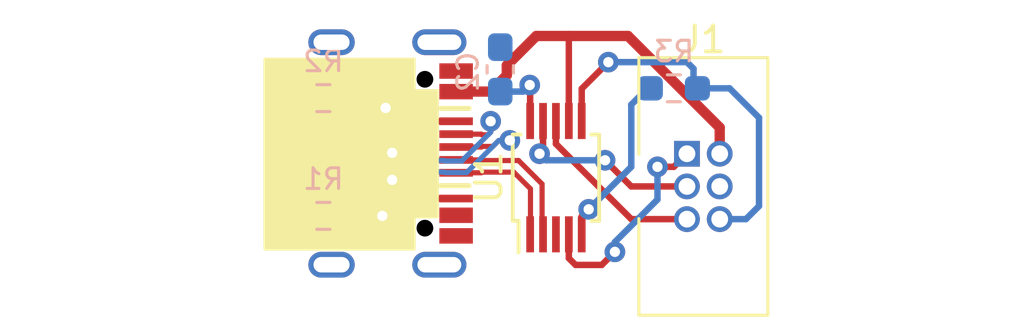
<source format=kicad_pcb>
(kicad_pcb (version 20221018) (generator pcbnew)
  (layers (0 "F.Cu" signal) (31 "B.Cu" signal) (34 "B.Paste" user) (35 "F.Paste" user) (36 "B.SilkS" user "B.Silkscreen") (37 "F.SilkS" user "F.Silkscreen") (38 "B.Mask" user) (39 "F.Mask" user) (44 "Edge.Cuts" user))
  (net 0 "")
  (net 1 "Net-(U1-V3)")
  (net 2 "GND")
  (net 3 "+5V")
  (net 4 "EN")
  (net 5 "RXD")
  (net 6 "TXD")
  (net 7 "IO0")
  (net 8 "D-")
  (net 9 "D+")
  (net 10 "Net-(J2-CC1)")
  (net 11 "Net-(J2-CC2)")
  (net 12 "Net-(U1-CTS)")
  (footprint "$74th:USB-C-12-Pin-SMD" (layer "F.Cu") (at 103.06 58.42 -90)
    (fp_text reference "J2" hide)
    (fp_text value "USB2.0_C_v3")
    (fp_line (start -1.76 -4.23) (end -1.76 -5.33) (stroke (width 0.2)) (layer "F.SilkS"))
    (fp_line (start 1.24 -4.23) (end 1.24 -5.33) (stroke (width 0.2)) (layer "F.SilkS"))
    (fp_rect (start -3.67 -3.2) (end 3.7 2.578) (stroke (width 0.12)) (fill solid) (layer "F.SilkS"))
    (fp_rect (start -2.45 -4.1) (end 2.45 -2.85) (stroke (width 0.12)) (fill solid) (layer "F.SilkS"))
    (pad "" thru_hole oval (at -4.33 -4.18 90) (size 1 2.1) (drill oval 0.6 1.7) (layers "*.Cu" "*.Mask"))
    (pad "" thru_hole oval (at -4.33 0 90) (size 1 1.8) (drill oval 0.6 1.4) (layers "*.Cu" "*.Mask"))
    (pad "" np_thru_hole circle (at -2.89 -3.62 90) (size 0.65 0.65) (drill 0.65) (layers "*.Mask"))
    (pad "" np_thru_hole circle (at 2.89 -3.62 90) (size 0.65 0.65) (drill 0.65) (layers "*.Mask"))
    (pad "" thru_hole oval (at 4.31 -4.18 90) (size 1 2.1) (drill oval 0.6 1.7) (layers "*.Cu" "*.Mask"))
    (pad "" thru_hole oval (at 4.31 0 90) (size 1 1.8) (drill oval 0.6 1.4) (layers "*.Cu" "*.Mask"))
    (pad "1" smd rect (at -2.41 -4.83 90) (size 0.6 1.3) (layers "F.Cu" "F.Paste" "F.Mask") (net 3 "+5V"))
    (pad "1" smd rect (at 2.39 -4.83 90) (size 0.6 1.3) (layers "F.Cu" "F.Paste" "F.Mask") (net 3 "+5V"))
    (pad "2" smd rect (at -0.76 -4.83 90) (size 0.3 1.3) (layers "F.Cu" "F.Paste" "F.Mask") (net 8 "D-"))
    (pad "2" smd rect (at 0.24 -4.83 90) (size 0.3 1.3) (layers "F.Cu" "F.Paste" "F.Mask") (net 8 "D-"))
    (pad "3" smd rect (at -0.26 -4.83 90) (size 0.3 1.3) (layers "F.Cu" "F.Paste" "F.Mask") (net 9 "D+"))
    (pad "3" smd rect (at 0.74 -4.83 90) (size 0.3 1.3) (layers "F.Cu" "F.Paste" "F.Mask") (net 9 "D+"))
    (pad "4" smd rect (at -3.21 -4.83 90) (size 0.6 1.3) (layers "F.Cu" "F.Paste" "F.Mask") (net 2 "GND"))
    (pad "4" smd rect (at 3.19 -4.83 90) (size 0.6 1.3) (layers "F.Cu" "F.Paste" "F.Mask") (net 2 "GND"))
    (pad "5" smd rect (at -1.26 -4.83 90) (size 0.3 1.3) (layers "F.Cu" "F.Paste" "F.Mask") (net 10 "Net-(J2-CC1)"))
    (pad "6" smd rect (at 1.74 -4.83 90) (size 0.3 1.3) (layers "F.Cu" "F.Paste" "F.Mask") (net 11 "Net-(J2-CC2)"))
  )
  (footprint "$74th:BoxPinHeader_2x03_P1.27mm_Vertical" (layer "F.Cu") (at 117.475 59.69)
    (fp_text reference "J1" (at 0 -5.7) (layer "F.SilkS"))
    (fp_text value "ESP-Prog-ProgramCOM-SEND")
    (fp_line (start -2.5 -5) (end -2.5 -1.25) (stroke (width 0.12)) (layer "F.SilkS"))
    (fp_line (start -2.5 -5) (end 2.5 -5) (stroke (width 0.12)) (layer "F.SilkS"))
    (fp_line (start -2.5 1.25) (end -2.5 5) (stroke (width 0.12)) (layer "F.SilkS"))
    (fp_line (start -2.5 5) (end 2.5 5) (stroke (width 0.12)) (layer "F.SilkS"))
    (fp_line (start 2.5 -5) (end 2.5 5) (stroke (width 0.12)) (layer "F.SilkS"))
    (pad "1" thru_hole rect (at -0.635 -1.27) (size 1 1) (drill 0.65) (layers "*.Cu" "*.Mask") (net 4 "EN"))
    (pad "2" thru_hole oval (at 0.635 -1.27) (size 1 1) (drill 0.65) (layers "*.Cu" "*.Mask") (net 3 "+5V"))
    (pad "3" thru_hole oval (at -0.635 0) (size 1 1) (drill 0.65) (layers "*.Cu" "*.Mask") (net 5 "RXD"))
    (pad "4" thru_hole oval (at 0.635 0) (size 1 1) (drill 0.65) (layers "*.Cu" "*.Mask") (net 2 "GND"))
    (pad "5" thru_hole oval (at -0.635 1.27) (size 1 1) (drill 0.65) (layers "*.Cu" "*.Mask") (net 6 "TXD"))
    (pad "6" thru_hole oval (at 0.635 1.27) (size 1 1) (drill 0.65) (layers "*.Cu" "*.Mask") (net 7 "IO0"))
  )
  (footprint "Package_SO:MSOP-10_3x3mm_P0.5mm" (layer "F.Cu") (at 111.76 59.35 90)
    (fp_text reference "U1" (at 0 -2.6 90) (layer "F.SilkS"))
    (fp_text value "CH340X")
    (fp_line (start -1.675 -1.675) (end -1.675 -1.45) (stroke (width 0.15)) (layer "F.SilkS"))
    (fp_line (start -1.675 -1.675) (end 1.675 -1.675) (stroke (width 0.15)) (layer "F.SilkS"))
    (fp_line (start -1.675 -1.45) (end -2.9 -1.45) (stroke (width 0.15)) (layer "F.SilkS"))
    (fp_line (start -1.675 1.675) (end -1.675 1.375) (stroke (width 0.15)) (layer "F.SilkS"))
    (fp_line (start -1.675 1.675) (end 1.675 1.675) (stroke (width 0.15)) (layer "F.SilkS"))
    (fp_line (start 1.675 -1.675) (end 1.675 -1.375) (stroke (width 0.15)) (layer "F.SilkS"))
    (fp_line (start 1.675 1.675) (end 1.675 1.375) (stroke (width 0.15)) (layer "F.SilkS"))
    (pad "1" smd rect (at -2.2 -1 90) (size 1.4 0.3) (layers "F.Cu" "F.Paste" "F.Mask") (net 9 "D+"))
    (pad "2" smd rect (at -2.2 -0.5 90) (size 1.4 0.3) (layers "F.Cu" "F.Paste" "F.Mask") (net 8 "D-"))
    (pad "3" smd rect (at -2.2 0 90) (size 1.4 0.3) (layers "F.Cu" "F.Paste" "F.Mask") (net 2 "GND"))
    (pad "4" smd rect (at -2.2 0.5 90) (size 1.4 0.3) (layers "F.Cu" "F.Paste" "F.Mask") (net 4 "EN"))
    (pad "5" smd rect (at -2.2 1 90) (size 1.4 0.3) (layers "F.Cu" "F.Paste" "F.Mask") (net 12 "Net-(U1-CTS)"))
    (pad "6" smd rect (at 2.2 1 90) (size 1.4 0.3) (layers "F.Cu" "F.Paste" "F.Mask") (net 7 "IO0"))
    (pad "7" smd rect (at 2.2 0.5 90) (size 1.4 0.3) (layers "F.Cu" "F.Paste" "F.Mask") (net 3 "+5V"))
    (pad "8" smd rect (at 2.2 0 90) (size 1.4 0.3) (layers "F.Cu" "F.Paste" "F.Mask") (net 6 "TXD"))
    (pad "9" smd rect (at 2.2 -0.5 90) (size 1.4 0.3) (layers "F.Cu" "F.Paste" "F.Mask") (net 5 "RXD"))
    (pad "10" smd rect (at 2.2 -1 90) (size 1.4 0.3) (layers "F.Cu" "F.Paste" "F.Mask") (net 1 "Net-(U1-V3)"))
  )
  (footprint "$74th:Register_0603_1608" (layer "B.Cu") (at 102.743 60.833 180)
    (fp_text reference "R1" (at 0 1.43) (layer "B.SilkS") (effects (font (size 0.8 0.8) (thickness 0.12)) (justify mirror)))
    (fp_text value "5.1k")
    (fp_line (start -0.254724 -0.5225) (end 0.254724 -0.5225) (stroke (width 0.12)) (layer "B.SilkS"))
    (fp_line (start -0.254724 0.5225) (end 0.254724 0.5225) (stroke (width 0.12)) (layer "B.SilkS"))
    (pad "1" smd roundrect (at -0.9125 0 180) (size 0.975 0.95) (layers "B.Cu" "B.Paste" "B.Mask") (net 11 "Net-(J2-CC2)"))
    (pad "2" smd roundrect (at 0.9125 0 180) (size 0.975 0.95) (layers "B.Cu" "B.Paste" "B.Mask") (net 2 "GND"))
  )
  (footprint "$74th:Capacitor_0603_1608" (layer "B.Cu") (at 109.601 55.245 90)
    (fp_text reference "C2" (at 0 -1.25 90) (layer "B.SilkS") (effects (font (size 0.8 0.8) (thickness 0.12)) (justify mirror)))
    (fp_text value "100n")
    (fp_line (start -0.046267 -0.51) (end 0.246267 -0.51) (stroke (width 0.12)) (layer "B.SilkS"))
    (fp_line (start -0.046267 0.51) (end 0.246267 0.51) (stroke (width 0.12)) (layer "B.SilkS"))
    (pad "1" smd roundrect (at -0.7625 0 90) (size 1.075 0.95) (layers "B.Cu" "B.Paste" "B.Mask") (net 1 "Net-(U1-V3)"))
    (pad "2" smd roundrect (at 0.9625 0 90) (size 1.075 0.95) (layers "B.Cu" "B.Paste" "B.Mask") (net 2 "GND"))
  )
  (footprint "$74th:Register_0603_1608" (layer "B.Cu") (at 102.743 56.261 180)
    (fp_text reference "R2" (at 0 1.43) (layer "B.SilkS") (effects (font (size 0.8 0.8) (thickness 0.12)) (justify mirror)))
    (fp_text value "5.1k")
    (fp_line (start -0.254724 -0.5225) (end 0.254724 -0.5225) (stroke (width 0.12)) (layer "B.SilkS"))
    (fp_line (start -0.254724 0.5225) (end 0.254724 0.5225) (stroke (width 0.12)) (layer "B.SilkS"))
    (pad "1" smd roundrect (at -0.9125 0 180) (size 0.975 0.95) (layers "B.Cu" "B.Paste" "B.Mask") (net 10 "Net-(J2-CC1)"))
    (pad "2" smd roundrect (at 0.9125 0 180) (size 0.975 0.95) (layers "B.Cu" "B.Paste" "B.Mask") (net 2 "GND"))
  )
  (footprint "$74th:Register_0603_1608" (layer "B.Cu") (at 116.332 55.88 180)
    (fp_text reference "R3" (at 0 1.43) (layer "B.SilkS") (effects (font (size 0.8 0.8) (thickness 0.12)) (justify mirror)))
    (fp_text value "4.3k")
    (fp_line (start -0.254724 -0.5225) (end 0.254724 -0.5225) (stroke (width 0.12)) (layer "B.SilkS"))
    (fp_line (start -0.254724 0.5225) (end 0.254724 0.5225) (stroke (width 0.12)) (layer "B.SilkS"))
    (pad "1" smd roundrect (at -0.9125 0 180) (size 0.975 0.95) (layers "B.Cu" "B.Paste" "B.Mask") (net 7 "IO0"))
    (pad "2" smd roundrect (at 0.9125 0 180) (size 0.975 0.95) (layers "B.Cu" "B.Paste" "B.Mask") (net 12 "Net-(U1-CTS)"))
  )
  (segment (start 110.76 55.769) (end 110.744 55.753) (width 0.25) (layer "F.Cu") (net 1))
  (segment (start 110.76 57.15) (end 110.76 55.769) (width 0.25) (layer "F.Cu") (net 1))
  (via (at 110.744 55.753) (size 0.8) (drill 0.4) (layers "F.Cu" "B.Cu") (net 1))
  (segment (start 110.744 55.753) (end 110.4895 56.0075) (width 0.25) (layer "B.Cu") (net 1))
  (segment (start 110.4895 56.0075) (end 109.601 56.0075) (width 0.25) (layer "B.Cu") (net 1))
  (segment (start 110.998 53.848) (end 112.268 53.848) (width 0.4) (layer "F.Cu") (net 3))
  (segment (start 107.893 56.007) (end 109.22 56.007) (width 0.4) (layer "F.Cu") (net 3))
  (segment (start 109.855 55.372) (end 109.855 54.991) (width 0.4) (layer "F.Cu") (net 3))
  (segment (start 112.26 53.856) (end 112.268 53.848) (width 0.25) (layer "F.Cu") (net 3))
  (segment (start 109.22 56.007) (end 109.855 55.372) (width 0.4) (layer "F.Cu") (net 3))
  (segment (start 112.26 57.15) (end 112.26 53.856) (width 0.25) (layer "F.Cu") (net 3))
  (segment (start 118.11 57.404) (end 114.554 53.848) (width 0.4) (layer "F.Cu") (net 3))
  (segment (start 109.855 54.991) (end 110.998 53.848) (width 0.4) (layer "F.Cu") (net 3))
  (segment (start 107.89 56.01) (end 107.893 56.007) (width 0.4) (layer "F.Cu") (net 3))
  (segment (start 118.11 58.42) (end 118.11 57.404) (width 0.4) (layer "F.Cu") (net 3))
  (segment (start 114.554 53.848) (end 112.268 53.848) (width 0.4) (layer "F.Cu") (net 3))
  (segment (start 116.332 58.928) (end 115.697 58.928) (width 0.25) (layer "F.Cu") (net 4))
  (segment (start 112.26 61.55) (end 112.26 62.476) (width 0.25) (layer "F.Cu") (net 4))
  (segment (start 112.26 62.476) (end 112.522 62.738) (width 0.25) (layer "F.Cu") (net 4))
  (segment (start 114.046 62.23) (end 113.538 62.738) (width 0.25) (layer "F.Cu") (net 4))
  (segment (start 116.84 58.42) (end 116.332 58.928) (width 0.25) (layer "F.Cu") (net 4))
  (segment (start 113.538 62.738) (end 112.522 62.738) (width 0.25) (layer "F.Cu") (net 4))
  (via (at 115.697 58.928) (size 0.8) (drill 0.4) (layers "F.Cu" "B.Cu") (net 4))
  (via (at 114.046 62.23) (size 0.8) (drill 0.4) (layers "F.Cu" "B.Cu") (net 4))
  (segment (start 114.046 61.849) (end 115.697 60.198) (width 0.25) (layer "B.Cu") (net 4))
  (segment (start 114.046 62.23) (end 114.046 61.849) (width 0.25) (layer "B.Cu") (net 4))
  (segment (start 115.697 60.198) (end 115.697 58.928) (width 0.25) (layer "B.Cu") (net 4))
  (segment (start 111.26 58.285) (end 111.125 58.42) (width 0.25) (layer "F.Cu") (net 5))
  (segment (start 116.84 59.69) (end 114.681 59.69) (width 0.25) (layer "F.Cu") (net 5))
  (segment (start 111.26 57.15) (end 111.26 58.285) (width 0.25) (layer "F.Cu") (net 5))
  (segment (start 114.681 59.69) (end 113.665 58.674) (width 0.25) (layer "F.Cu") (net 5))
  (via (at 111.125 58.42) (size 0.8) (drill 0.4) (layers "F.Cu" "B.Cu") (net 5))
  (via (at 113.665 58.674) (size 0.8) (drill 0.4) (layers "F.Cu" "B.Cu") (net 5))
  (segment (start 111.379 58.674) (end 111.125 58.42) (width 0.25) (layer "B.Cu") (net 5))
  (segment (start 113.665 58.674) (end 111.379 58.674) (width 0.25) (layer "B.Cu") (net 5))
  (segment (start 111.76 58.039) (end 114.681 60.96) (width 0.25) (layer "F.Cu") (net 6))
  (segment (start 114.681 60.96) (end 116.84 60.96) (width 0.25) (layer "F.Cu") (net 6))
  (segment (start 111.76 57.15) (end 111.76 58.039) (width 0.25) (layer "F.Cu") (net 6))
  (segment (start 112.76 55.896) (end 113.792 54.864) (width 0.25) (layer "F.Cu") (net 7))
  (segment (start 112.76 57.15) (end 112.76 55.896) (width 0.25) (layer "F.Cu") (net 7))
  (via (at 113.792 54.864) (size 0.8) (drill 0.4) (layers "F.Cu" "B.Cu") (net 7))
  (segment (start 119.634 57.023) (end 118.491 55.88) (width 0.25) (layer "B.Cu") (net 7))
  (segment (start 118.11 60.96) (end 119.126 60.96) (width 0.25) (layer "B.Cu") (net 7))
  (segment (start 119.126 60.96) (end 119.634 60.452) (width 0.25) (layer "B.Cu") (net 7))
  (segment (start 113.792 54.864) (end 116.84 54.864) (width 0.25) (layer "B.Cu") (net 7))
  (segment (start 117.094 55.118) (end 117.094 55.7295) (width 0.25) (layer "B.Cu") (net 7))
  (segment (start 119.634 60.452) (end 119.634 57.023) (width 0.25) (layer "B.Cu") (net 7))
  (segment (start 118.491 55.88) (end 117.2445 55.88) (width 0.25) (layer "B.Cu") (net 7))
  (segment (start 117.094 55.7295) (end 117.2445 55.88) (width 0.25) (layer "B.Cu") (net 7))
  (segment (start 116.84 54.864) (end 117.094 55.118) (width 0.25) (layer "B.Cu") (net 7))
  (segment (start 108.890001 58.685) (end 110.3112 58.685) (width 0.2) (layer "F.Cu") (net 8))
  (segment (start 111.223 59.5968) (end 111.223 61.595) (width 0.2) (layer "F.Cu") (net 8))
  (segment (start 109.128801 57.685) (end 109.229768 57.584033) (width 0.2) (layer "F.Cu") (net 8))
  (segment (start 107.89 58.66) (end 108.865001 58.66) (width 0.2) (layer "F.Cu") (net 8))
  (segment (start 109.229768 57.584033) (end 109.229768 57.159768) (width 0.2) (layer "F.Cu") (net 8))
  (segment (start 107.89 58.66) (end 107.865001 58.684999) (width 0.2) (layer "F.Cu") (net 8))
  (segment (start 108.890001 57.685) (end 109.128801 57.685) (width 0.2) (layer "F.Cu") (net 8))
  (segment (start 108.865001 57.66) (end 108.890001 57.685) (width 0.2) (layer "F.Cu") (net 8))
  (segment (start 107.89 57.66) (end 108.865001 57.66) (width 0.2) (layer "F.Cu") (net 8))
  (segment (start 108.865001 58.66) (end 108.890001 58.685) (width 0.2) (layer "F.Cu") (net 8))
  (segment (start 105.709999 58.684999) (end 105.41 58.385) (width 0.2) (layer "F.Cu") (net 8))
  (segment (start 110.3112 58.685) (end 111.223 59.5968) (width 0.2) (layer "F.Cu") (net 8))
  (segment (start 107.865001 58.684999) (end 105.709999 58.684999) (width 0.2) (layer "F.Cu") (net 8))
  (via (at 109.229768 57.159768) (size 0.8) (drill 0.4) (layers "F.Cu" "B.Cu") (net 8))
  (via (at 105.41 58.385) (size 0.8) (drill 0.4) (layers "F.Cu" "B.Cu") (net 8))
  (segment (start 105.71 58.685) (end 107.442 58.685) (width 0.2) (layer "B.Cu") (net 8))
  (segment (start 109.229768 57.584033) (end 108.110801 58.703) (width 0.2) (layer "B.Cu") (net 8))
  (segment (start 108.110801 58.703) (end 107.442 58.703) (width 0.2) (layer "B.Cu") (net 8))
  (segment (start 105.41 58.385) (end 105.71 58.685) (width 0.2) (layer "B.Cu") (net 8))
  (segment (start 109.229768 57.159768) (end 109.229768 57.584033) (width 0.2) (layer "B.Cu") (net 8))
  (segment (start 107.865001 59.135001) (end 105.709999 59.135001) (width 0.2) (layer "F.Cu") (net 9))
  (segment (start 109.547967 57.902232) (end 109.972232 57.902232) (width 0.2) (layer "F.Cu") (net 9))
  (segment (start 108.890001 59.135) (end 110.1248 59.135) (width 0.2) (layer "F.Cu") (net 9))
  (segment (start 110.773 59.7832) (end 110.773 61.595) (width 0.2) (layer "F.Cu") (net 9))
  (segment (start 107.89 58.16) (end 108.865001 58.16) (width 0.2) (layer "F.Cu") (net 9))
  (segment (start 108.865001 59.16) (end 108.890001 59.135) (width 0.2) (layer "F.Cu") (net 9))
  (segment (start 108.890001 58.135) (end 109.315199 58.135) (width 0.2) (layer "F.Cu") (net 9))
  (segment (start 109.315199 58.135) (end 109.547967 57.902232) (width 0.2) (layer "F.Cu") (net 9))
  (segment (start 107.89 59.16) (end 107.865001 59.135001) (width 0.2) (layer "F.Cu") (net 9))
  (segment (start 105.709999 59.135001) (end 105.41 59.435) (width 0.2) (layer "F.Cu") (net 9))
  (segment (start 107.89 59.16) (end 108.865001 59.16) (width 0.2) (layer "F.Cu") (net 9))
  (segment (start 110.1248 59.135) (end 110.773 59.7832) (width 0.2) (layer "F.Cu") (net 9))
  (segment (start 108.865001 58.16) (end 108.890001 58.135) (width 0.2) (layer "F.Cu") (net 9))
  (via (at 109.972232 57.902232) (size 0.8) (drill 0.4) (layers "F.Cu" "B.Cu") (net 9))
  (via (at 105.41 59.435) (size 0.8) (drill 0.4) (layers "F.Cu" "B.Cu") (net 9))
  (segment (start 105.41 59.435) (end 105.71 59.135) (width 0.2) (layer "B.Cu") (net 9))
  (segment (start 105.71 59.135) (end 107.442 59.135) (width 0.2) (layer "B.Cu") (net 9))
  (segment (start 108.297199 59.153) (end 107.442 59.153) (width 0.2) (layer "B.Cu") (net 9))
  (segment (start 109.972232 57.902232) (end 109.547967 57.902232) (width 0.2) (layer "B.Cu") (net 9))
  (segment (start 109.547967 57.902232) (end 108.297199 59.153) (width 0.2) (layer "B.Cu") (net 9))
  (segment (start 107.89 57.16) (end 105.674 57.16) (width 0.25) (layer "F.Cu") (net 10))
  (segment (start 105.674 57.16) (end 105.156 56.642) (width 0.25) (layer "F.Cu") (net 10))
  (via (at 105.156 56.642) (size 0.8) (drill 0.4) (layers "F.Cu" "B.Cu") (net 10))
  (segment (start 105.156 56.642) (end 104.0365 56.642) (width 0.25) (layer "B.Cu") (net 10))
  (segment (start 104.0365 56.642) (end 103.6555 56.261) (width 0.25) (layer "B.Cu") (net 10))
  (segment (start 107.89 60.16) (end 105.702 60.16) (width 0.25) (layer "F.Cu") (net 11))
  (segment (start 105.702 60.16) (end 105.029 60.833) (width 0.25) (layer "F.Cu") (net 11))
  (via (at 105.029 60.833) (size 0.8) (drill 0.4) (layers "F.Cu" "B.Cu") (net 11))
  (segment (start 105.029 60.833) (end 103.6555 60.833) (width 0.25) (layer "B.Cu") (net 11))
  (segment (start 112.76 61.55) (end 112.76 60.849) (width 0.25) (layer "F.Cu") (net 12))
  (segment (start 112.76 60.849) (end 113.03 60.579) (width 0.25) (layer "F.Cu") (net 12))
  (via (at 113.03 60.579) (size 0.8) (drill 0.4) (layers "F.Cu" "B.Cu") (net 12))
  (segment (start 114.681 56.515) (end 115.316 55.88) (width 0.25) (layer "B.Cu") (net 12))
  (segment (start 115.316 55.88) (end 115.4195 55.88) (width 0.25) (layer "B.Cu") (net 12))
  (segment (start 113.03 60.579) (end 114.681 58.928) (width 0.25) (layer "B.Cu") (net 12))
  (segment (start 114.681 58.928) (end 114.681 56.515) (width 0.25) (layer "B.Cu") (net 12))
)
</source>
